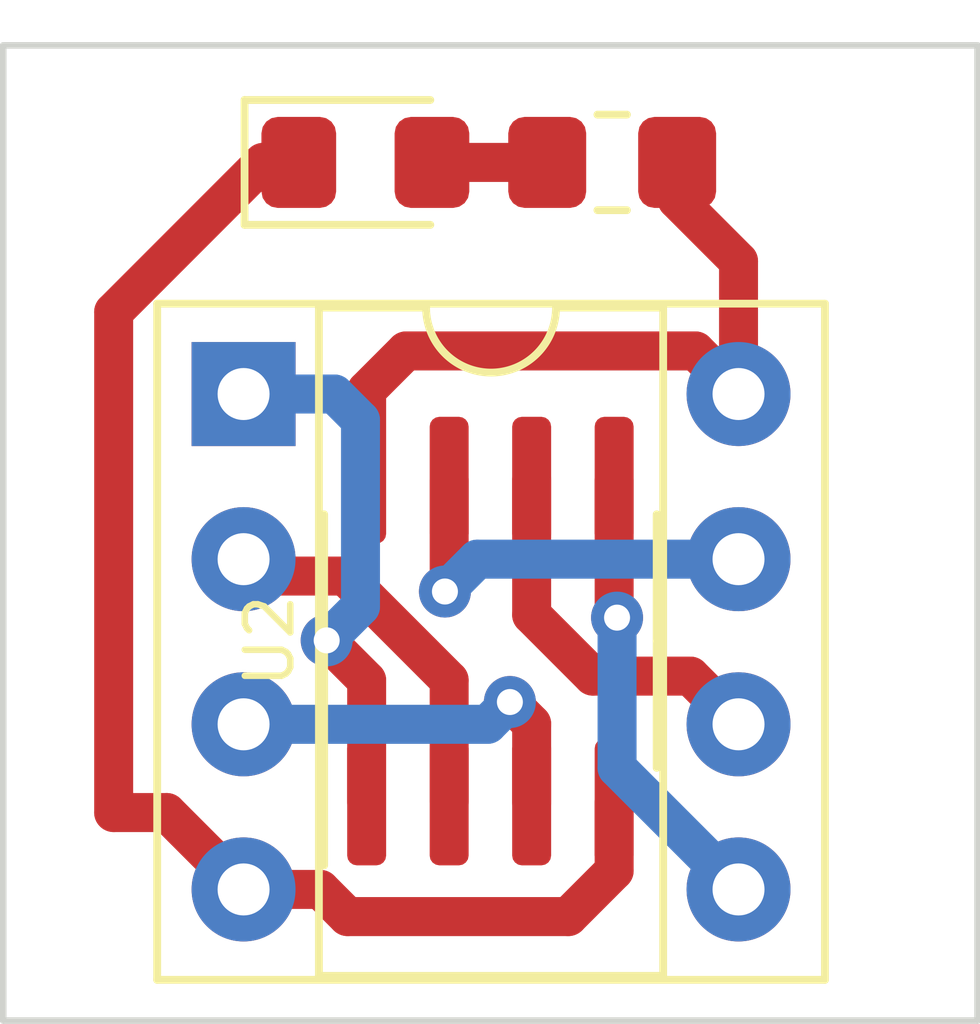
<source format=kicad_pcb>
(kicad_pcb (version 20211014) (generator pcbnew)
  (layers (0 "F.Cu" signal) (31 "B.Cu" signal) (34 "B.Paste" user) (35 "F.Paste" user) (36 "B.SilkS" user "B.Silkscreen") (37 "F.SilkS" user "F.Silkscreen") (38 "B.Mask" user) (39 "F.Mask" user) (44 "Edge.Cuts" user))
  (net 0 "")
  (net 1 "1")
  (net 2 "2")
  (net 3 "3")
  (net 4 "4")
  (net 5 "5")
  (net 6 "6")
  (net 7 "7")
  (net 8 "8")
  (net 9 "Net-(D1-Pad2)")
  (footprint "Package_DIP:DIP-8_W7.62mm_Socket" (layer "F.Cu") (at 138.2 100.862501)
    (fp_text reference "U1" hide)
    (fp_text value "OPA2134" hide)
    (fp_line (start 1.16 8.95) (end 6.46 8.95) (layer "F.SilkS") (width 0.12))
    (fp_line (start -1.33 9.01) (end 8.95 9.01) (layer "F.SilkS") (width 0.12))
    (fp_line (start 6.46 8.95) (end 6.46 -1.33) (layer "F.SilkS") (width 0.12))
    (fp_line (start 8.95 9.01) (end 8.95 -1.39) (layer "F.SilkS") (width 0.12))
    (fp_line (start 2.81 -1.33) (end 1.16 -1.33) (layer "F.SilkS") (width 0.12))
    (fp_line (start 1.16 -1.33) (end 1.16 8.95) (layer "F.SilkS") (width 0.12))
    (fp_line (start -1.33 -1.39) (end -1.33 9.01) (layer "F.SilkS") (width 0.12))
    (fp_line (start 8.95 -1.39) (end -1.33 -1.39) (layer "F.SilkS") (width 0.12))
    (fp_line (start 6.46 -1.33) (end 4.81 -1.33) (layer "F.SilkS") (width 0.12))
    (fp_arc (start 4.81 -1.33) (mid 3.81 -0.33) (end 2.81 -1.33) (layer "F.SilkS") (width 0.12))
    (pad "1" thru_hole rect (at 0 0) (size 1.6 1.6) (drill 0.8) (layers *.Cu *.Mask) (net 1 "1"))
    (pad "2" thru_hole oval (at 0 2.54) (size 1.6 1.6) (drill 0.8) (layers *.Cu *.Mask) (net 2 "2"))
    (pad "3" thru_hole oval (at 0 5.08) (size 1.6 1.6) (drill 0.8) (layers *.Cu *.Mask) (net 3 "3"))
    (pad "4" thru_hole oval (at 0 7.62) (size 1.6 1.6) (drill 0.8) (layers *.Cu *.Mask) (net 4 "4"))
    (pad "5" thru_hole oval (at 7.62 7.62) (size 1.6 1.6) (drill 0.8) (layers *.Cu *.Mask) (net 5 "5"))
    (pad "6" thru_hole oval (at 7.62 5.08) (size 1.6 1.6) (drill 0.8) (layers *.Cu *.Mask) (net 6 "6"))
    (pad "7" thru_hole oval (at 7.62 2.54) (size 1.6 1.6) (drill 0.8) (layers *.Cu *.Mask) (net 7 "7"))
    (pad "8" thru_hole oval (at 7.62 0) (size 1.6 1.6) (drill 0.8) (layers *.Cu *.Mask) (net 8 "8"))
  )
  (footprint "Package_SO:SOIC-8_3.9x4.9mm_P1.27mm" (layer "F.Cu") (at 142 104.662501 90)
    (fp_text reference "U2" (at 0 -3.4 90 unlocked) (layer "F.SilkS") (effects (font (size 0.7 0.7) (thickness 0.1))))
    (fp_text value "OPA2134")
    (fp_line (start 0 -2.56) (end 1.95 -2.56) (layer "F.SilkS") (width 0.12))
    (fp_line (start 0 2.56) (end -1.95 2.56) (layer "F.SilkS") (width 0.12))
    (fp_line (start 0 -2.56) (end -3.45 -2.56) (layer "F.SilkS") (width 0.12))
    (fp_line (start 0 2.56) (end 1.95 2.56) (layer "F.SilkS") (width 0.12))
    (pad "1" smd roundrect (at -2.475 -1.905 90) (size 1.95 0.6) (layers "F.Cu" "F.Paste" "F.Mask") (net 1 "1"))
    (pad "2" smd roundrect (at -2.475 -0.635 90) (size 1.95 0.6) (layers "F.Cu" "F.Paste" "F.Mask") (net 2 "2"))
    (pad "3" smd roundrect (at -2.475 0.635 90) (size 1.95 0.6) (layers "F.Cu" "F.Paste" "F.Mask") (net 3 "3"))
    (pad "4" smd roundrect (at -2.475 1.905 90) (size 1.95 0.6) (layers "F.Cu" "F.Paste" "F.Mask") (net 4 "4"))
    (pad "5" smd roundrect (at 2.475 1.905 90) (size 1.95 0.6) (layers "F.Cu" "F.Paste" "F.Mask") (net 5 "5"))
    (pad "6" smd roundrect (at 2.475 0.635 90) (size 1.95 0.6) (layers "F.Cu" "F.Paste" "F.Mask") (net 6 "6"))
    (pad "7" smd roundrect (at 2.475 -0.635 90) (size 1.95 0.6) (layers "F.Cu" "F.Paste" "F.Mask") (net 7 "7"))
    (pad "8" smd roundrect (at 2.475 -1.905 90) (size 1.95 0.6) (layers "F.Cu" "F.Paste" "F.Mask") (net 8 "8"))
  )
  (footprint "Resistor_SMD:R_0805_2012Metric_Pad1.20x1.40mm_HandSolder" (layer "F.Cu") (at 143.875 97.3 180)
    (fp_text reference "R1" hide)
    (fp_text value "6.5K")
    (fp_line (start -0.227064 -0.735) (end 0.227064 -0.735) (layer "F.SilkS") (width 0.12))
    (fp_line (start -0.227064 0.735) (end 0.227064 0.735) (layer "F.SilkS") (width 0.12))
    (pad "1" smd roundrect (at -1 0 180) (size 1.2 1.4) (layers "F.Cu" "F.Paste" "F.Mask") (roundrect_rratio 0.208333) (net 8 "8"))
    (pad "2" smd roundrect (at 1 0 180) (size 1.2 1.4) (layers "F.Cu" "F.Paste" "F.Mask") (roundrect_rratio 0.208333) (net 9 "Net-(D1-Pad2)"))
  )
  (footprint "LED_SMD:LED_0805_2012Metric_Pad1.15x1.40mm_HandSolder" (layer "F.Cu") (at 140.075 97.3)
    (fp_text reference "D1" hide)
    (fp_text value "LED" hide)
    (fp_line (start -1.86 0.96) (end 1 0.96) (layer "F.SilkS") (width 0.12))
    (fp_line (start 1 -0.96) (end -1.86 -0.96) (layer "F.SilkS") (width 0.12))
    (fp_line (start -1.86 -0.96) (end -1.86 0.96) (layer "F.SilkS") (width 0.12))
    (pad "1" smd roundrect (at -1.025 0) (size 1.15 1.4) (layers "F.Cu" "F.Paste" "F.Mask") (roundrect_rratio 0.217391) (net 4 "4"))
    (pad "2" smd roundrect (at 1.025 0) (size 1.15 1.4) (layers "F.Cu" "F.Paste" "F.Mask") (roundrect_rratio 0.217391) (net 9 "Net-(D1-Pad2)"))
  )
  (gr_line (start 149.5 95.5) (end 149.5 110.5) (layer "Edge.Cuts") (width 0.1))
  (gr_line (start 149.5 110.5) (end 134.5 110.5) (layer "Edge.Cuts") (width 0.1))
  (gr_line (start 134.5 95.5) (end 149.5 95.5) (layer "Edge.Cuts") (width 0.1))
  (gr_line (start 134.5 110.5) (end 134.5 95.5) (layer "Edge.Cuts") (width 0.1))
  (segment (start 140.095 107.137501) (end 140.095 105.267086) (width 0.6) (layer "F.Cu") (net 1))
  (segment (start 140.095 105.267086) (end 139.479443 104.651529) (width 0.6) (layer "F.Cu") (net 1))
  (via (at 139.479443 104.651529) (size 0.8) (drill 0.4) (layers "F.Cu" "B.Cu") (net 1))
  (segment (start 140 104.130972) (end 139.479443 104.651529) (width 0.6) (layer "B.Cu") (net 1))
  (segment (start 140 101.262501) (end 140 104.130972) (width 0.6) (layer "B.Cu") (net 1))
  (segment (start 138.2 100.862501) (end 139.6 100.862501) (width 0.6) (layer "B.Cu") (net 1))
  (segment (start 139.6 100.862501) (end 140 101.262501) (width 0.6) (layer "B.Cu") (net 1))
  (segment (start 138.46 103.662501) (end 138.2 103.402501) (width 0.6) (layer "F.Cu") (net 2))
  (segment (start 141.365 105.265) (end 139.762501 103.662501) (width 0.6) (layer "F.Cu") (net 2))
  (segment (start 141.365 107.137501) (end 141.365 105.265) (width 0.6) (layer "F.Cu") (net 2))
  (segment (start 139.762501 103.662501) (end 138.46 103.662501) (width 0.6) (layer "F.Cu") (net 2))
  (segment (start 142.635 105.935) (end 142.3 105.6) (width 0.6) (layer "F.Cu") (net 3))
  (segment (start 142.635 107.137501) (end 142.635 105.935) (width 0.6) (layer "F.Cu") (net 3))
  (via (at 142.3 105.6) (size 0.8) (drill 0.4) (layers "F.Cu" "B.Cu") (net 3))
  (segment (start 141.957499 105.942501) (end 138.2 105.942501) (width 0.6) (layer "B.Cu") (net 3))
  (segment (start 142.3 105.6) (end 141.957499 105.942501) (width 0.6) (layer "B.Cu") (net 3))
  (segment (start 139.382501 108.482501) (end 138.2 108.482501) (width 0.6) (layer "F.Cu") (net 4))
  (segment (start 139.8 108.9) (end 139.382501 108.482501) (width 0.6) (layer "F.Cu") (net 4))
  (segment (start 136.2 99.6) (end 136.2 107.3) (width 0.6) (layer "F.Cu") (net 4))
  (segment (start 143.905 108.195) (end 143.2 108.9) (width 0.6) (layer "F.Cu") (net 4))
  (segment (start 136.2 107.3) (end 137.017499 107.3) (width 0.6) (layer "F.Cu") (net 4))
  (segment (start 139.05 97.3) (end 138.5 97.3) (width 0.6) (layer "F.Cu") (net 4))
  (segment (start 143.905 107.137501) (end 143.905 108.195) (width 0.6) (layer "F.Cu") (net 4))
  (segment (start 137.017499 107.3) (end 138.2 108.482501) (width 0.6) (layer "F.Cu") (net 4))
  (segment (start 143.2 108.9) (end 139.8 108.9) (width 0.6) (layer "F.Cu") (net 4))
  (segment (start 138.5 97.3) (end 136.2 99.6) (width 0.6) (layer "F.Cu") (net 4))
  (segment (start 143.905 104.257067) (end 143.949934 104.302001) (width 0.6) (layer "F.Cu") (net 5))
  (segment (start 143.905 102.187501) (end 143.905 104.257067) (width 0.6) (layer "F.Cu") (net 5))
  (via (at 143.949934 104.302001) (size 0.8) (drill 0.4) (layers "F.Cu" "B.Cu") (net 5))
  (segment (start 145.82 108.482501) (end 143.949934 106.612435) (width 0.6) (layer "B.Cu") (net 5))
  (segment (start 143.949934 106.612435) (end 143.949934 104.302001) (width 0.6) (layer "B.Cu") (net 5))
  (segment (start 142.635 104.259153) (end 143.577348 105.201501) (width 0.6) (layer "F.Cu") (net 6))
  (segment (start 145.079 105.201501) (end 145.82 105.942501) (width 0.6) (layer "F.Cu") (net 6))
  (segment (start 143.577348 105.201501) (end 145.079 105.201501) (width 0.6) (layer "F.Cu") (net 6))
  (segment (start 142.635 102.187501) (end 142.635 104.259153) (width 0.6) (layer "F.Cu") (net 6))
  (segment (start 141.365 103.835) (end 141.3 103.9) (width 0.6) (layer "F.Cu") (net 7))
  (segment (start 141.365 102.187501) (end 141.365 103.835) (width 0.6) (layer "F.Cu") (net 7))
  (via (at 141.3 103.9) (size 0.8) (drill 0.4) (layers "F.Cu" "B.Cu") (net 7))
  (segment (start 145.82 103.402501) (end 141.797499 103.402501) (width 0.6) (layer "B.Cu") (net 7))
  (segment (start 141.797499 103.402501) (end 141.3 103.9) (width 0.6) (layer "B.Cu") (net 7))
  (segment (start 144.875 97.875) (end 145.82 98.82) (width 0.6) (layer "F.Cu") (net 8))
  (segment (start 144.875 97.3) (end 144.875 97.875) (width 0.6) (layer "F.Cu") (net 8))
  (segment (start 145.82 98.82) (end 145.82 100.862501) (width 0.6) (layer "F.Cu") (net 8))
  (segment (start 140.095 102.187501) (end 140.095 100.805) (width 0.6) (layer "F.Cu") (net 8))
  (segment (start 145.157499 100.2) (end 145.82 100.862501) (width 0.6) (layer "F.Cu") (net 8))
  (segment (start 140.095 100.805) (end 140.7 100.2) (width 0.6) (layer "F.Cu") (net 8))
  (segment (start 140.7 100.2) (end 145.157499 100.2) (width 0.6) (layer "F.Cu") (net 8))
  (segment (start 142.875 97.3) (end 141.1 97.3) (width 0.6) (layer "F.Cu") (net 9))
)
</source>
